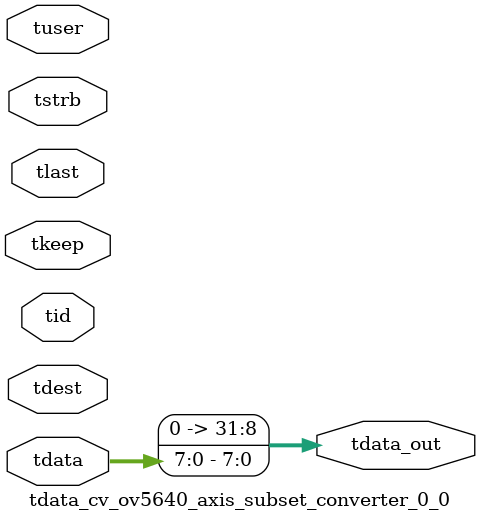
<source format=v>


`timescale 1ps/1ps

module tdata_cv_ov5640_axis_subset_converter_0_0 #
(
parameter C_S_AXIS_TDATA_WIDTH = 32,
parameter C_S_AXIS_TUSER_WIDTH = 0,
parameter C_S_AXIS_TID_WIDTH   = 0,
parameter C_S_AXIS_TDEST_WIDTH = 0,
parameter C_M_AXIS_TDATA_WIDTH = 32
)
(
input  [(C_S_AXIS_TDATA_WIDTH == 0 ? 1 : C_S_AXIS_TDATA_WIDTH)-1:0     ] tdata,
input  [(C_S_AXIS_TUSER_WIDTH == 0 ? 1 : C_S_AXIS_TUSER_WIDTH)-1:0     ] tuser,
input  [(C_S_AXIS_TID_WIDTH   == 0 ? 1 : C_S_AXIS_TID_WIDTH)-1:0       ] tid,
input  [(C_S_AXIS_TDEST_WIDTH == 0 ? 1 : C_S_AXIS_TDEST_WIDTH)-1:0     ] tdest,
input  [(C_S_AXIS_TDATA_WIDTH/8)-1:0 ] tkeep,
input  [(C_S_AXIS_TDATA_WIDTH/8)-1:0 ] tstrb,
input                                                                    tlast,
output [C_M_AXIS_TDATA_WIDTH-1:0] tdata_out
);

assign tdata_out = {tdata[7:0]};

endmodule


</source>
